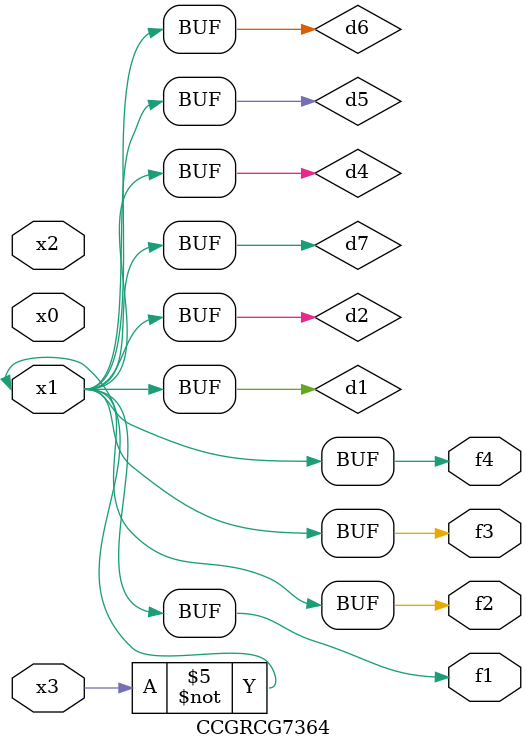
<source format=v>
module CCGRCG7364(
	input x0, x1, x2, x3,
	output f1, f2, f3, f4
);

	wire d1, d2, d3, d4, d5, d6, d7;

	not (d1, x3);
	buf (d2, x1);
	xnor (d3, d1, d2);
	nor (d4, d1);
	buf (d5, d1, d2);
	buf (d6, d4, d5);
	nand (d7, d4);
	assign f1 = d6;
	assign f2 = d7;
	assign f3 = d6;
	assign f4 = d6;
endmodule

</source>
